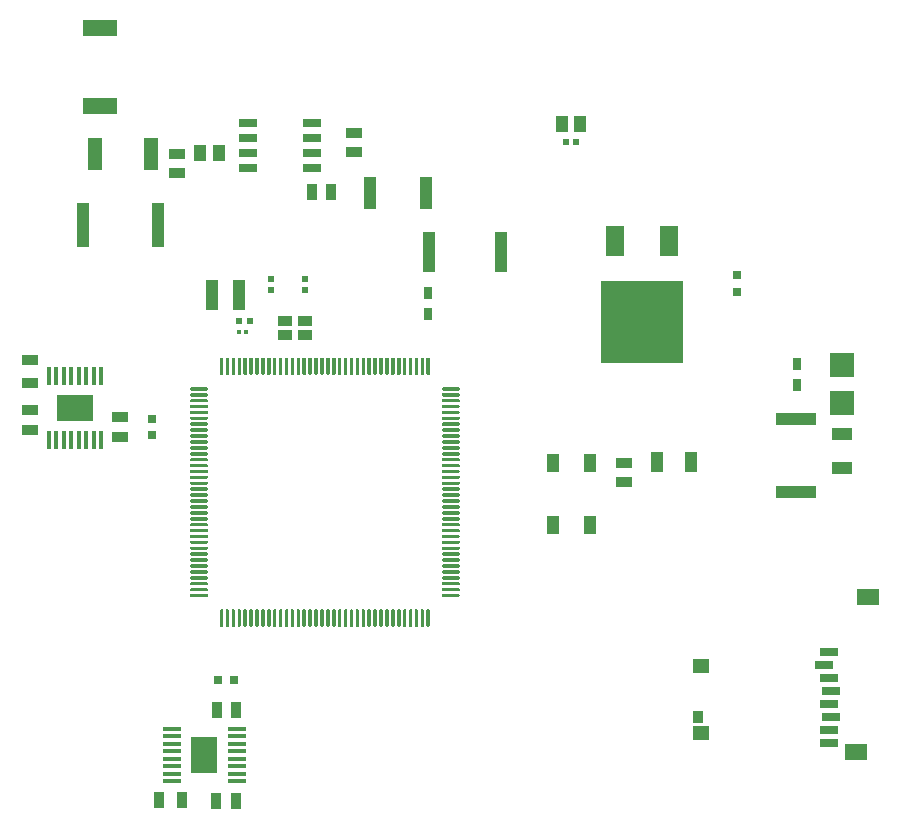
<source format=gbr>
G04 #@! TF.GenerationSoftware,KiCad,Pcbnew,(5.1.10)-1*
G04 #@! TF.CreationDate,2021-10-20T16:57:21-04:00*
G04 #@! TF.ProjectId,Main_Board,4d61696e-5f42-46f6-9172-642e6b696361,rev?*
G04 #@! TF.SameCoordinates,Original*
G04 #@! TF.FileFunction,Paste,Top*
G04 #@! TF.FilePolarity,Positive*
%FSLAX46Y46*%
G04 Gerber Fmt 4.6, Leading zero omitted, Abs format (unit mm)*
G04 Created by KiCad (PCBNEW (5.1.10)-1) date 2021-10-20 16:57:21*
%MOMM*%
%LPD*%
G01*
G04 APERTURE LIST*
%ADD10R,2.000000X2.000000*%
%ADD11R,0.620000X0.600000*%
%ADD12R,1.000000X3.800000*%
%ADD13R,1.528000X0.650000*%
%ADD14R,1.000000X1.550000*%
%ADD15R,1.390000X0.910000*%
%ADD16R,0.910000X1.390000*%
%ADD17R,0.600000X0.620000*%
%ADD18R,0.980000X1.430000*%
%ADD19R,1.500000X2.500000*%
%ADD20R,7.000000X7.000000*%
%ADD21R,1.500000X0.800000*%
%ADD22R,1.400000X1.300000*%
%ADD23R,0.950000X1.000000*%
%ADD24R,1.900000X1.400000*%
%ADD25R,1.550000X0.435000*%
%ADD26R,2.209000X3.120000*%
%ADD27R,3.120000X2.209000*%
%ADD28R,0.435000X1.550000*%
%ADD29R,0.950000X1.400000*%
%ADD30R,1.400000X0.950000*%
%ADD31R,1.250000X2.700000*%
%ADD32R,2.900000X1.450000*%
%ADD33R,1.100000X2.700000*%
%ADD34R,0.700000X1.000000*%
%ADD35R,3.400000X1.100000*%
%ADD36R,1.700000X1.100000*%
%ADD37R,0.700000X0.700000*%
%ADD38R,0.360000X0.330000*%
%ADD39R,1.015000X2.540000*%
%ADD40R,1.100000X1.700000*%
%ADD41R,1.200000X0.850000*%
%ADD42R,1.100000X3.400000*%
G04 APERTURE END LIST*
D10*
X163263580Y-59885580D03*
X163263580Y-56710580D03*
D11*
X114965480Y-49367180D03*
X114965480Y-50287180D03*
G36*
G01*
X129507000Y-58537000D02*
X130832000Y-58537000D01*
G75*
G02*
X130907000Y-58612000I0J-75000D01*
G01*
X130907000Y-58762000D01*
G75*
G02*
X130832000Y-58837000I-75000J0D01*
G01*
X129507000Y-58837000D01*
G75*
G02*
X129432000Y-58762000I0J75000D01*
G01*
X129432000Y-58612000D01*
G75*
G02*
X129507000Y-58537000I75000J0D01*
G01*
G37*
G36*
G01*
X129507000Y-59037000D02*
X130832000Y-59037000D01*
G75*
G02*
X130907000Y-59112000I0J-75000D01*
G01*
X130907000Y-59262000D01*
G75*
G02*
X130832000Y-59337000I-75000J0D01*
G01*
X129507000Y-59337000D01*
G75*
G02*
X129432000Y-59262000I0J75000D01*
G01*
X129432000Y-59112000D01*
G75*
G02*
X129507000Y-59037000I75000J0D01*
G01*
G37*
G36*
G01*
X129507000Y-59537000D02*
X130832000Y-59537000D01*
G75*
G02*
X130907000Y-59612000I0J-75000D01*
G01*
X130907000Y-59762000D01*
G75*
G02*
X130832000Y-59837000I-75000J0D01*
G01*
X129507000Y-59837000D01*
G75*
G02*
X129432000Y-59762000I0J75000D01*
G01*
X129432000Y-59612000D01*
G75*
G02*
X129507000Y-59537000I75000J0D01*
G01*
G37*
G36*
G01*
X129507000Y-60037000D02*
X130832000Y-60037000D01*
G75*
G02*
X130907000Y-60112000I0J-75000D01*
G01*
X130907000Y-60262000D01*
G75*
G02*
X130832000Y-60337000I-75000J0D01*
G01*
X129507000Y-60337000D01*
G75*
G02*
X129432000Y-60262000I0J75000D01*
G01*
X129432000Y-60112000D01*
G75*
G02*
X129507000Y-60037000I75000J0D01*
G01*
G37*
G36*
G01*
X129507000Y-60537000D02*
X130832000Y-60537000D01*
G75*
G02*
X130907000Y-60612000I0J-75000D01*
G01*
X130907000Y-60762000D01*
G75*
G02*
X130832000Y-60837000I-75000J0D01*
G01*
X129507000Y-60837000D01*
G75*
G02*
X129432000Y-60762000I0J75000D01*
G01*
X129432000Y-60612000D01*
G75*
G02*
X129507000Y-60537000I75000J0D01*
G01*
G37*
G36*
G01*
X129507000Y-61037000D02*
X130832000Y-61037000D01*
G75*
G02*
X130907000Y-61112000I0J-75000D01*
G01*
X130907000Y-61262000D01*
G75*
G02*
X130832000Y-61337000I-75000J0D01*
G01*
X129507000Y-61337000D01*
G75*
G02*
X129432000Y-61262000I0J75000D01*
G01*
X129432000Y-61112000D01*
G75*
G02*
X129507000Y-61037000I75000J0D01*
G01*
G37*
G36*
G01*
X129507000Y-61537000D02*
X130832000Y-61537000D01*
G75*
G02*
X130907000Y-61612000I0J-75000D01*
G01*
X130907000Y-61762000D01*
G75*
G02*
X130832000Y-61837000I-75000J0D01*
G01*
X129507000Y-61837000D01*
G75*
G02*
X129432000Y-61762000I0J75000D01*
G01*
X129432000Y-61612000D01*
G75*
G02*
X129507000Y-61537000I75000J0D01*
G01*
G37*
G36*
G01*
X129507000Y-62037000D02*
X130832000Y-62037000D01*
G75*
G02*
X130907000Y-62112000I0J-75000D01*
G01*
X130907000Y-62262000D01*
G75*
G02*
X130832000Y-62337000I-75000J0D01*
G01*
X129507000Y-62337000D01*
G75*
G02*
X129432000Y-62262000I0J75000D01*
G01*
X129432000Y-62112000D01*
G75*
G02*
X129507000Y-62037000I75000J0D01*
G01*
G37*
G36*
G01*
X129507000Y-62537000D02*
X130832000Y-62537000D01*
G75*
G02*
X130907000Y-62612000I0J-75000D01*
G01*
X130907000Y-62762000D01*
G75*
G02*
X130832000Y-62837000I-75000J0D01*
G01*
X129507000Y-62837000D01*
G75*
G02*
X129432000Y-62762000I0J75000D01*
G01*
X129432000Y-62612000D01*
G75*
G02*
X129507000Y-62537000I75000J0D01*
G01*
G37*
G36*
G01*
X129507000Y-63037000D02*
X130832000Y-63037000D01*
G75*
G02*
X130907000Y-63112000I0J-75000D01*
G01*
X130907000Y-63262000D01*
G75*
G02*
X130832000Y-63337000I-75000J0D01*
G01*
X129507000Y-63337000D01*
G75*
G02*
X129432000Y-63262000I0J75000D01*
G01*
X129432000Y-63112000D01*
G75*
G02*
X129507000Y-63037000I75000J0D01*
G01*
G37*
G36*
G01*
X129507000Y-63537000D02*
X130832000Y-63537000D01*
G75*
G02*
X130907000Y-63612000I0J-75000D01*
G01*
X130907000Y-63762000D01*
G75*
G02*
X130832000Y-63837000I-75000J0D01*
G01*
X129507000Y-63837000D01*
G75*
G02*
X129432000Y-63762000I0J75000D01*
G01*
X129432000Y-63612000D01*
G75*
G02*
X129507000Y-63537000I75000J0D01*
G01*
G37*
G36*
G01*
X129507000Y-64037000D02*
X130832000Y-64037000D01*
G75*
G02*
X130907000Y-64112000I0J-75000D01*
G01*
X130907000Y-64262000D01*
G75*
G02*
X130832000Y-64337000I-75000J0D01*
G01*
X129507000Y-64337000D01*
G75*
G02*
X129432000Y-64262000I0J75000D01*
G01*
X129432000Y-64112000D01*
G75*
G02*
X129507000Y-64037000I75000J0D01*
G01*
G37*
G36*
G01*
X129507000Y-64537000D02*
X130832000Y-64537000D01*
G75*
G02*
X130907000Y-64612000I0J-75000D01*
G01*
X130907000Y-64762000D01*
G75*
G02*
X130832000Y-64837000I-75000J0D01*
G01*
X129507000Y-64837000D01*
G75*
G02*
X129432000Y-64762000I0J75000D01*
G01*
X129432000Y-64612000D01*
G75*
G02*
X129507000Y-64537000I75000J0D01*
G01*
G37*
G36*
G01*
X129507000Y-65037000D02*
X130832000Y-65037000D01*
G75*
G02*
X130907000Y-65112000I0J-75000D01*
G01*
X130907000Y-65262000D01*
G75*
G02*
X130832000Y-65337000I-75000J0D01*
G01*
X129507000Y-65337000D01*
G75*
G02*
X129432000Y-65262000I0J75000D01*
G01*
X129432000Y-65112000D01*
G75*
G02*
X129507000Y-65037000I75000J0D01*
G01*
G37*
G36*
G01*
X129507000Y-65537000D02*
X130832000Y-65537000D01*
G75*
G02*
X130907000Y-65612000I0J-75000D01*
G01*
X130907000Y-65762000D01*
G75*
G02*
X130832000Y-65837000I-75000J0D01*
G01*
X129507000Y-65837000D01*
G75*
G02*
X129432000Y-65762000I0J75000D01*
G01*
X129432000Y-65612000D01*
G75*
G02*
X129507000Y-65537000I75000J0D01*
G01*
G37*
G36*
G01*
X129507000Y-66037000D02*
X130832000Y-66037000D01*
G75*
G02*
X130907000Y-66112000I0J-75000D01*
G01*
X130907000Y-66262000D01*
G75*
G02*
X130832000Y-66337000I-75000J0D01*
G01*
X129507000Y-66337000D01*
G75*
G02*
X129432000Y-66262000I0J75000D01*
G01*
X129432000Y-66112000D01*
G75*
G02*
X129507000Y-66037000I75000J0D01*
G01*
G37*
G36*
G01*
X129507000Y-66537000D02*
X130832000Y-66537000D01*
G75*
G02*
X130907000Y-66612000I0J-75000D01*
G01*
X130907000Y-66762000D01*
G75*
G02*
X130832000Y-66837000I-75000J0D01*
G01*
X129507000Y-66837000D01*
G75*
G02*
X129432000Y-66762000I0J75000D01*
G01*
X129432000Y-66612000D01*
G75*
G02*
X129507000Y-66537000I75000J0D01*
G01*
G37*
G36*
G01*
X129507000Y-67037000D02*
X130832000Y-67037000D01*
G75*
G02*
X130907000Y-67112000I0J-75000D01*
G01*
X130907000Y-67262000D01*
G75*
G02*
X130832000Y-67337000I-75000J0D01*
G01*
X129507000Y-67337000D01*
G75*
G02*
X129432000Y-67262000I0J75000D01*
G01*
X129432000Y-67112000D01*
G75*
G02*
X129507000Y-67037000I75000J0D01*
G01*
G37*
G36*
G01*
X129507000Y-67537000D02*
X130832000Y-67537000D01*
G75*
G02*
X130907000Y-67612000I0J-75000D01*
G01*
X130907000Y-67762000D01*
G75*
G02*
X130832000Y-67837000I-75000J0D01*
G01*
X129507000Y-67837000D01*
G75*
G02*
X129432000Y-67762000I0J75000D01*
G01*
X129432000Y-67612000D01*
G75*
G02*
X129507000Y-67537000I75000J0D01*
G01*
G37*
G36*
G01*
X129507000Y-68037000D02*
X130832000Y-68037000D01*
G75*
G02*
X130907000Y-68112000I0J-75000D01*
G01*
X130907000Y-68262000D01*
G75*
G02*
X130832000Y-68337000I-75000J0D01*
G01*
X129507000Y-68337000D01*
G75*
G02*
X129432000Y-68262000I0J75000D01*
G01*
X129432000Y-68112000D01*
G75*
G02*
X129507000Y-68037000I75000J0D01*
G01*
G37*
G36*
G01*
X129507000Y-68537000D02*
X130832000Y-68537000D01*
G75*
G02*
X130907000Y-68612000I0J-75000D01*
G01*
X130907000Y-68762000D01*
G75*
G02*
X130832000Y-68837000I-75000J0D01*
G01*
X129507000Y-68837000D01*
G75*
G02*
X129432000Y-68762000I0J75000D01*
G01*
X129432000Y-68612000D01*
G75*
G02*
X129507000Y-68537000I75000J0D01*
G01*
G37*
G36*
G01*
X129507000Y-69037000D02*
X130832000Y-69037000D01*
G75*
G02*
X130907000Y-69112000I0J-75000D01*
G01*
X130907000Y-69262000D01*
G75*
G02*
X130832000Y-69337000I-75000J0D01*
G01*
X129507000Y-69337000D01*
G75*
G02*
X129432000Y-69262000I0J75000D01*
G01*
X129432000Y-69112000D01*
G75*
G02*
X129507000Y-69037000I75000J0D01*
G01*
G37*
G36*
G01*
X129507000Y-69537000D02*
X130832000Y-69537000D01*
G75*
G02*
X130907000Y-69612000I0J-75000D01*
G01*
X130907000Y-69762000D01*
G75*
G02*
X130832000Y-69837000I-75000J0D01*
G01*
X129507000Y-69837000D01*
G75*
G02*
X129432000Y-69762000I0J75000D01*
G01*
X129432000Y-69612000D01*
G75*
G02*
X129507000Y-69537000I75000J0D01*
G01*
G37*
G36*
G01*
X129507000Y-70037000D02*
X130832000Y-70037000D01*
G75*
G02*
X130907000Y-70112000I0J-75000D01*
G01*
X130907000Y-70262000D01*
G75*
G02*
X130832000Y-70337000I-75000J0D01*
G01*
X129507000Y-70337000D01*
G75*
G02*
X129432000Y-70262000I0J75000D01*
G01*
X129432000Y-70112000D01*
G75*
G02*
X129507000Y-70037000I75000J0D01*
G01*
G37*
G36*
G01*
X129507000Y-70537000D02*
X130832000Y-70537000D01*
G75*
G02*
X130907000Y-70612000I0J-75000D01*
G01*
X130907000Y-70762000D01*
G75*
G02*
X130832000Y-70837000I-75000J0D01*
G01*
X129507000Y-70837000D01*
G75*
G02*
X129432000Y-70762000I0J75000D01*
G01*
X129432000Y-70612000D01*
G75*
G02*
X129507000Y-70537000I75000J0D01*
G01*
G37*
G36*
G01*
X129507000Y-71037000D02*
X130832000Y-71037000D01*
G75*
G02*
X130907000Y-71112000I0J-75000D01*
G01*
X130907000Y-71262000D01*
G75*
G02*
X130832000Y-71337000I-75000J0D01*
G01*
X129507000Y-71337000D01*
G75*
G02*
X129432000Y-71262000I0J75000D01*
G01*
X129432000Y-71112000D01*
G75*
G02*
X129507000Y-71037000I75000J0D01*
G01*
G37*
G36*
G01*
X129507000Y-71537000D02*
X130832000Y-71537000D01*
G75*
G02*
X130907000Y-71612000I0J-75000D01*
G01*
X130907000Y-71762000D01*
G75*
G02*
X130832000Y-71837000I-75000J0D01*
G01*
X129507000Y-71837000D01*
G75*
G02*
X129432000Y-71762000I0J75000D01*
G01*
X129432000Y-71612000D01*
G75*
G02*
X129507000Y-71537000I75000J0D01*
G01*
G37*
G36*
G01*
X129507000Y-72037000D02*
X130832000Y-72037000D01*
G75*
G02*
X130907000Y-72112000I0J-75000D01*
G01*
X130907000Y-72262000D01*
G75*
G02*
X130832000Y-72337000I-75000J0D01*
G01*
X129507000Y-72337000D01*
G75*
G02*
X129432000Y-72262000I0J75000D01*
G01*
X129432000Y-72112000D01*
G75*
G02*
X129507000Y-72037000I75000J0D01*
G01*
G37*
G36*
G01*
X129507000Y-72537000D02*
X130832000Y-72537000D01*
G75*
G02*
X130907000Y-72612000I0J-75000D01*
G01*
X130907000Y-72762000D01*
G75*
G02*
X130832000Y-72837000I-75000J0D01*
G01*
X129507000Y-72837000D01*
G75*
G02*
X129432000Y-72762000I0J75000D01*
G01*
X129432000Y-72612000D01*
G75*
G02*
X129507000Y-72537000I75000J0D01*
G01*
G37*
G36*
G01*
X129507000Y-73037000D02*
X130832000Y-73037000D01*
G75*
G02*
X130907000Y-73112000I0J-75000D01*
G01*
X130907000Y-73262000D01*
G75*
G02*
X130832000Y-73337000I-75000J0D01*
G01*
X129507000Y-73337000D01*
G75*
G02*
X129432000Y-73262000I0J75000D01*
G01*
X129432000Y-73112000D01*
G75*
G02*
X129507000Y-73037000I75000J0D01*
G01*
G37*
G36*
G01*
X129507000Y-73537000D02*
X130832000Y-73537000D01*
G75*
G02*
X130907000Y-73612000I0J-75000D01*
G01*
X130907000Y-73762000D01*
G75*
G02*
X130832000Y-73837000I-75000J0D01*
G01*
X129507000Y-73837000D01*
G75*
G02*
X129432000Y-73762000I0J75000D01*
G01*
X129432000Y-73612000D01*
G75*
G02*
X129507000Y-73537000I75000J0D01*
G01*
G37*
G36*
G01*
X129507000Y-74037000D02*
X130832000Y-74037000D01*
G75*
G02*
X130907000Y-74112000I0J-75000D01*
G01*
X130907000Y-74262000D01*
G75*
G02*
X130832000Y-74337000I-75000J0D01*
G01*
X129507000Y-74337000D01*
G75*
G02*
X129432000Y-74262000I0J75000D01*
G01*
X129432000Y-74112000D01*
G75*
G02*
X129507000Y-74037000I75000J0D01*
G01*
G37*
G36*
G01*
X129507000Y-74537000D02*
X130832000Y-74537000D01*
G75*
G02*
X130907000Y-74612000I0J-75000D01*
G01*
X130907000Y-74762000D01*
G75*
G02*
X130832000Y-74837000I-75000J0D01*
G01*
X129507000Y-74837000D01*
G75*
G02*
X129432000Y-74762000I0J75000D01*
G01*
X129432000Y-74612000D01*
G75*
G02*
X129507000Y-74537000I75000J0D01*
G01*
G37*
G36*
G01*
X129507000Y-75037000D02*
X130832000Y-75037000D01*
G75*
G02*
X130907000Y-75112000I0J-75000D01*
G01*
X130907000Y-75262000D01*
G75*
G02*
X130832000Y-75337000I-75000J0D01*
G01*
X129507000Y-75337000D01*
G75*
G02*
X129432000Y-75262000I0J75000D01*
G01*
X129432000Y-75112000D01*
G75*
G02*
X129507000Y-75037000I75000J0D01*
G01*
G37*
G36*
G01*
X129507000Y-75537000D02*
X130832000Y-75537000D01*
G75*
G02*
X130907000Y-75612000I0J-75000D01*
G01*
X130907000Y-75762000D01*
G75*
G02*
X130832000Y-75837000I-75000J0D01*
G01*
X129507000Y-75837000D01*
G75*
G02*
X129432000Y-75762000I0J75000D01*
G01*
X129432000Y-75612000D01*
G75*
G02*
X129507000Y-75537000I75000J0D01*
G01*
G37*
G36*
G01*
X129507000Y-76037000D02*
X130832000Y-76037000D01*
G75*
G02*
X130907000Y-76112000I0J-75000D01*
G01*
X130907000Y-76262000D01*
G75*
G02*
X130832000Y-76337000I-75000J0D01*
G01*
X129507000Y-76337000D01*
G75*
G02*
X129432000Y-76262000I0J75000D01*
G01*
X129432000Y-76112000D01*
G75*
G02*
X129507000Y-76037000I75000J0D01*
G01*
G37*
G36*
G01*
X128182000Y-77362000D02*
X128332000Y-77362000D01*
G75*
G02*
X128407000Y-77437000I0J-75000D01*
G01*
X128407000Y-78762000D01*
G75*
G02*
X128332000Y-78837000I-75000J0D01*
G01*
X128182000Y-78837000D01*
G75*
G02*
X128107000Y-78762000I0J75000D01*
G01*
X128107000Y-77437000D01*
G75*
G02*
X128182000Y-77362000I75000J0D01*
G01*
G37*
G36*
G01*
X127682000Y-77362000D02*
X127832000Y-77362000D01*
G75*
G02*
X127907000Y-77437000I0J-75000D01*
G01*
X127907000Y-78762000D01*
G75*
G02*
X127832000Y-78837000I-75000J0D01*
G01*
X127682000Y-78837000D01*
G75*
G02*
X127607000Y-78762000I0J75000D01*
G01*
X127607000Y-77437000D01*
G75*
G02*
X127682000Y-77362000I75000J0D01*
G01*
G37*
G36*
G01*
X127182000Y-77362000D02*
X127332000Y-77362000D01*
G75*
G02*
X127407000Y-77437000I0J-75000D01*
G01*
X127407000Y-78762000D01*
G75*
G02*
X127332000Y-78837000I-75000J0D01*
G01*
X127182000Y-78837000D01*
G75*
G02*
X127107000Y-78762000I0J75000D01*
G01*
X127107000Y-77437000D01*
G75*
G02*
X127182000Y-77362000I75000J0D01*
G01*
G37*
G36*
G01*
X126682000Y-77362000D02*
X126832000Y-77362000D01*
G75*
G02*
X126907000Y-77437000I0J-75000D01*
G01*
X126907000Y-78762000D01*
G75*
G02*
X126832000Y-78837000I-75000J0D01*
G01*
X126682000Y-78837000D01*
G75*
G02*
X126607000Y-78762000I0J75000D01*
G01*
X126607000Y-77437000D01*
G75*
G02*
X126682000Y-77362000I75000J0D01*
G01*
G37*
G36*
G01*
X126182000Y-77362000D02*
X126332000Y-77362000D01*
G75*
G02*
X126407000Y-77437000I0J-75000D01*
G01*
X126407000Y-78762000D01*
G75*
G02*
X126332000Y-78837000I-75000J0D01*
G01*
X126182000Y-78837000D01*
G75*
G02*
X126107000Y-78762000I0J75000D01*
G01*
X126107000Y-77437000D01*
G75*
G02*
X126182000Y-77362000I75000J0D01*
G01*
G37*
G36*
G01*
X125682000Y-77362000D02*
X125832000Y-77362000D01*
G75*
G02*
X125907000Y-77437000I0J-75000D01*
G01*
X125907000Y-78762000D01*
G75*
G02*
X125832000Y-78837000I-75000J0D01*
G01*
X125682000Y-78837000D01*
G75*
G02*
X125607000Y-78762000I0J75000D01*
G01*
X125607000Y-77437000D01*
G75*
G02*
X125682000Y-77362000I75000J0D01*
G01*
G37*
G36*
G01*
X125182000Y-77362000D02*
X125332000Y-77362000D01*
G75*
G02*
X125407000Y-77437000I0J-75000D01*
G01*
X125407000Y-78762000D01*
G75*
G02*
X125332000Y-78837000I-75000J0D01*
G01*
X125182000Y-78837000D01*
G75*
G02*
X125107000Y-78762000I0J75000D01*
G01*
X125107000Y-77437000D01*
G75*
G02*
X125182000Y-77362000I75000J0D01*
G01*
G37*
G36*
G01*
X124682000Y-77362000D02*
X124832000Y-77362000D01*
G75*
G02*
X124907000Y-77437000I0J-75000D01*
G01*
X124907000Y-78762000D01*
G75*
G02*
X124832000Y-78837000I-75000J0D01*
G01*
X124682000Y-78837000D01*
G75*
G02*
X124607000Y-78762000I0J75000D01*
G01*
X124607000Y-77437000D01*
G75*
G02*
X124682000Y-77362000I75000J0D01*
G01*
G37*
G36*
G01*
X124182000Y-77362000D02*
X124332000Y-77362000D01*
G75*
G02*
X124407000Y-77437000I0J-75000D01*
G01*
X124407000Y-78762000D01*
G75*
G02*
X124332000Y-78837000I-75000J0D01*
G01*
X124182000Y-78837000D01*
G75*
G02*
X124107000Y-78762000I0J75000D01*
G01*
X124107000Y-77437000D01*
G75*
G02*
X124182000Y-77362000I75000J0D01*
G01*
G37*
G36*
G01*
X123682000Y-77362000D02*
X123832000Y-77362000D01*
G75*
G02*
X123907000Y-77437000I0J-75000D01*
G01*
X123907000Y-78762000D01*
G75*
G02*
X123832000Y-78837000I-75000J0D01*
G01*
X123682000Y-78837000D01*
G75*
G02*
X123607000Y-78762000I0J75000D01*
G01*
X123607000Y-77437000D01*
G75*
G02*
X123682000Y-77362000I75000J0D01*
G01*
G37*
G36*
G01*
X123182000Y-77362000D02*
X123332000Y-77362000D01*
G75*
G02*
X123407000Y-77437000I0J-75000D01*
G01*
X123407000Y-78762000D01*
G75*
G02*
X123332000Y-78837000I-75000J0D01*
G01*
X123182000Y-78837000D01*
G75*
G02*
X123107000Y-78762000I0J75000D01*
G01*
X123107000Y-77437000D01*
G75*
G02*
X123182000Y-77362000I75000J0D01*
G01*
G37*
G36*
G01*
X122682000Y-77362000D02*
X122832000Y-77362000D01*
G75*
G02*
X122907000Y-77437000I0J-75000D01*
G01*
X122907000Y-78762000D01*
G75*
G02*
X122832000Y-78837000I-75000J0D01*
G01*
X122682000Y-78837000D01*
G75*
G02*
X122607000Y-78762000I0J75000D01*
G01*
X122607000Y-77437000D01*
G75*
G02*
X122682000Y-77362000I75000J0D01*
G01*
G37*
G36*
G01*
X122182000Y-77362000D02*
X122332000Y-77362000D01*
G75*
G02*
X122407000Y-77437000I0J-75000D01*
G01*
X122407000Y-78762000D01*
G75*
G02*
X122332000Y-78837000I-75000J0D01*
G01*
X122182000Y-78837000D01*
G75*
G02*
X122107000Y-78762000I0J75000D01*
G01*
X122107000Y-77437000D01*
G75*
G02*
X122182000Y-77362000I75000J0D01*
G01*
G37*
G36*
G01*
X121682000Y-77362000D02*
X121832000Y-77362000D01*
G75*
G02*
X121907000Y-77437000I0J-75000D01*
G01*
X121907000Y-78762000D01*
G75*
G02*
X121832000Y-78837000I-75000J0D01*
G01*
X121682000Y-78837000D01*
G75*
G02*
X121607000Y-78762000I0J75000D01*
G01*
X121607000Y-77437000D01*
G75*
G02*
X121682000Y-77362000I75000J0D01*
G01*
G37*
G36*
G01*
X121182000Y-77362000D02*
X121332000Y-77362000D01*
G75*
G02*
X121407000Y-77437000I0J-75000D01*
G01*
X121407000Y-78762000D01*
G75*
G02*
X121332000Y-78837000I-75000J0D01*
G01*
X121182000Y-78837000D01*
G75*
G02*
X121107000Y-78762000I0J75000D01*
G01*
X121107000Y-77437000D01*
G75*
G02*
X121182000Y-77362000I75000J0D01*
G01*
G37*
G36*
G01*
X120682000Y-77362000D02*
X120832000Y-77362000D01*
G75*
G02*
X120907000Y-77437000I0J-75000D01*
G01*
X120907000Y-78762000D01*
G75*
G02*
X120832000Y-78837000I-75000J0D01*
G01*
X120682000Y-78837000D01*
G75*
G02*
X120607000Y-78762000I0J75000D01*
G01*
X120607000Y-77437000D01*
G75*
G02*
X120682000Y-77362000I75000J0D01*
G01*
G37*
G36*
G01*
X120182000Y-77362000D02*
X120332000Y-77362000D01*
G75*
G02*
X120407000Y-77437000I0J-75000D01*
G01*
X120407000Y-78762000D01*
G75*
G02*
X120332000Y-78837000I-75000J0D01*
G01*
X120182000Y-78837000D01*
G75*
G02*
X120107000Y-78762000I0J75000D01*
G01*
X120107000Y-77437000D01*
G75*
G02*
X120182000Y-77362000I75000J0D01*
G01*
G37*
G36*
G01*
X119682000Y-77362000D02*
X119832000Y-77362000D01*
G75*
G02*
X119907000Y-77437000I0J-75000D01*
G01*
X119907000Y-78762000D01*
G75*
G02*
X119832000Y-78837000I-75000J0D01*
G01*
X119682000Y-78837000D01*
G75*
G02*
X119607000Y-78762000I0J75000D01*
G01*
X119607000Y-77437000D01*
G75*
G02*
X119682000Y-77362000I75000J0D01*
G01*
G37*
G36*
G01*
X119182000Y-77362000D02*
X119332000Y-77362000D01*
G75*
G02*
X119407000Y-77437000I0J-75000D01*
G01*
X119407000Y-78762000D01*
G75*
G02*
X119332000Y-78837000I-75000J0D01*
G01*
X119182000Y-78837000D01*
G75*
G02*
X119107000Y-78762000I0J75000D01*
G01*
X119107000Y-77437000D01*
G75*
G02*
X119182000Y-77362000I75000J0D01*
G01*
G37*
G36*
G01*
X118682000Y-77362000D02*
X118832000Y-77362000D01*
G75*
G02*
X118907000Y-77437000I0J-75000D01*
G01*
X118907000Y-78762000D01*
G75*
G02*
X118832000Y-78837000I-75000J0D01*
G01*
X118682000Y-78837000D01*
G75*
G02*
X118607000Y-78762000I0J75000D01*
G01*
X118607000Y-77437000D01*
G75*
G02*
X118682000Y-77362000I75000J0D01*
G01*
G37*
G36*
G01*
X118182000Y-77362000D02*
X118332000Y-77362000D01*
G75*
G02*
X118407000Y-77437000I0J-75000D01*
G01*
X118407000Y-78762000D01*
G75*
G02*
X118332000Y-78837000I-75000J0D01*
G01*
X118182000Y-78837000D01*
G75*
G02*
X118107000Y-78762000I0J75000D01*
G01*
X118107000Y-77437000D01*
G75*
G02*
X118182000Y-77362000I75000J0D01*
G01*
G37*
G36*
G01*
X117682000Y-77362000D02*
X117832000Y-77362000D01*
G75*
G02*
X117907000Y-77437000I0J-75000D01*
G01*
X117907000Y-78762000D01*
G75*
G02*
X117832000Y-78837000I-75000J0D01*
G01*
X117682000Y-78837000D01*
G75*
G02*
X117607000Y-78762000I0J75000D01*
G01*
X117607000Y-77437000D01*
G75*
G02*
X117682000Y-77362000I75000J0D01*
G01*
G37*
G36*
G01*
X117182000Y-77362000D02*
X117332000Y-77362000D01*
G75*
G02*
X117407000Y-77437000I0J-75000D01*
G01*
X117407000Y-78762000D01*
G75*
G02*
X117332000Y-78837000I-75000J0D01*
G01*
X117182000Y-78837000D01*
G75*
G02*
X117107000Y-78762000I0J75000D01*
G01*
X117107000Y-77437000D01*
G75*
G02*
X117182000Y-77362000I75000J0D01*
G01*
G37*
G36*
G01*
X116682000Y-77362000D02*
X116832000Y-77362000D01*
G75*
G02*
X116907000Y-77437000I0J-75000D01*
G01*
X116907000Y-78762000D01*
G75*
G02*
X116832000Y-78837000I-75000J0D01*
G01*
X116682000Y-78837000D01*
G75*
G02*
X116607000Y-78762000I0J75000D01*
G01*
X116607000Y-77437000D01*
G75*
G02*
X116682000Y-77362000I75000J0D01*
G01*
G37*
G36*
G01*
X116182000Y-77362000D02*
X116332000Y-77362000D01*
G75*
G02*
X116407000Y-77437000I0J-75000D01*
G01*
X116407000Y-78762000D01*
G75*
G02*
X116332000Y-78837000I-75000J0D01*
G01*
X116182000Y-78837000D01*
G75*
G02*
X116107000Y-78762000I0J75000D01*
G01*
X116107000Y-77437000D01*
G75*
G02*
X116182000Y-77362000I75000J0D01*
G01*
G37*
G36*
G01*
X115682000Y-77362000D02*
X115832000Y-77362000D01*
G75*
G02*
X115907000Y-77437000I0J-75000D01*
G01*
X115907000Y-78762000D01*
G75*
G02*
X115832000Y-78837000I-75000J0D01*
G01*
X115682000Y-78837000D01*
G75*
G02*
X115607000Y-78762000I0J75000D01*
G01*
X115607000Y-77437000D01*
G75*
G02*
X115682000Y-77362000I75000J0D01*
G01*
G37*
G36*
G01*
X115182000Y-77362000D02*
X115332000Y-77362000D01*
G75*
G02*
X115407000Y-77437000I0J-75000D01*
G01*
X115407000Y-78762000D01*
G75*
G02*
X115332000Y-78837000I-75000J0D01*
G01*
X115182000Y-78837000D01*
G75*
G02*
X115107000Y-78762000I0J75000D01*
G01*
X115107000Y-77437000D01*
G75*
G02*
X115182000Y-77362000I75000J0D01*
G01*
G37*
G36*
G01*
X114682000Y-77362000D02*
X114832000Y-77362000D01*
G75*
G02*
X114907000Y-77437000I0J-75000D01*
G01*
X114907000Y-78762000D01*
G75*
G02*
X114832000Y-78837000I-75000J0D01*
G01*
X114682000Y-78837000D01*
G75*
G02*
X114607000Y-78762000I0J75000D01*
G01*
X114607000Y-77437000D01*
G75*
G02*
X114682000Y-77362000I75000J0D01*
G01*
G37*
G36*
G01*
X114182000Y-77362000D02*
X114332000Y-77362000D01*
G75*
G02*
X114407000Y-77437000I0J-75000D01*
G01*
X114407000Y-78762000D01*
G75*
G02*
X114332000Y-78837000I-75000J0D01*
G01*
X114182000Y-78837000D01*
G75*
G02*
X114107000Y-78762000I0J75000D01*
G01*
X114107000Y-77437000D01*
G75*
G02*
X114182000Y-77362000I75000J0D01*
G01*
G37*
G36*
G01*
X113682000Y-77362000D02*
X113832000Y-77362000D01*
G75*
G02*
X113907000Y-77437000I0J-75000D01*
G01*
X113907000Y-78762000D01*
G75*
G02*
X113832000Y-78837000I-75000J0D01*
G01*
X113682000Y-78837000D01*
G75*
G02*
X113607000Y-78762000I0J75000D01*
G01*
X113607000Y-77437000D01*
G75*
G02*
X113682000Y-77362000I75000J0D01*
G01*
G37*
G36*
G01*
X113182000Y-77362000D02*
X113332000Y-77362000D01*
G75*
G02*
X113407000Y-77437000I0J-75000D01*
G01*
X113407000Y-78762000D01*
G75*
G02*
X113332000Y-78837000I-75000J0D01*
G01*
X113182000Y-78837000D01*
G75*
G02*
X113107000Y-78762000I0J75000D01*
G01*
X113107000Y-77437000D01*
G75*
G02*
X113182000Y-77362000I75000J0D01*
G01*
G37*
G36*
G01*
X112682000Y-77362000D02*
X112832000Y-77362000D01*
G75*
G02*
X112907000Y-77437000I0J-75000D01*
G01*
X112907000Y-78762000D01*
G75*
G02*
X112832000Y-78837000I-75000J0D01*
G01*
X112682000Y-78837000D01*
G75*
G02*
X112607000Y-78762000I0J75000D01*
G01*
X112607000Y-77437000D01*
G75*
G02*
X112682000Y-77362000I75000J0D01*
G01*
G37*
G36*
G01*
X112182000Y-77362000D02*
X112332000Y-77362000D01*
G75*
G02*
X112407000Y-77437000I0J-75000D01*
G01*
X112407000Y-78762000D01*
G75*
G02*
X112332000Y-78837000I-75000J0D01*
G01*
X112182000Y-78837000D01*
G75*
G02*
X112107000Y-78762000I0J75000D01*
G01*
X112107000Y-77437000D01*
G75*
G02*
X112182000Y-77362000I75000J0D01*
G01*
G37*
G36*
G01*
X111682000Y-77362000D02*
X111832000Y-77362000D01*
G75*
G02*
X111907000Y-77437000I0J-75000D01*
G01*
X111907000Y-78762000D01*
G75*
G02*
X111832000Y-78837000I-75000J0D01*
G01*
X111682000Y-78837000D01*
G75*
G02*
X111607000Y-78762000I0J75000D01*
G01*
X111607000Y-77437000D01*
G75*
G02*
X111682000Y-77362000I75000J0D01*
G01*
G37*
G36*
G01*
X111182000Y-77362000D02*
X111332000Y-77362000D01*
G75*
G02*
X111407000Y-77437000I0J-75000D01*
G01*
X111407000Y-78762000D01*
G75*
G02*
X111332000Y-78837000I-75000J0D01*
G01*
X111182000Y-78837000D01*
G75*
G02*
X111107000Y-78762000I0J75000D01*
G01*
X111107000Y-77437000D01*
G75*
G02*
X111182000Y-77362000I75000J0D01*
G01*
G37*
G36*
G01*
X110682000Y-77362000D02*
X110832000Y-77362000D01*
G75*
G02*
X110907000Y-77437000I0J-75000D01*
G01*
X110907000Y-78762000D01*
G75*
G02*
X110832000Y-78837000I-75000J0D01*
G01*
X110682000Y-78837000D01*
G75*
G02*
X110607000Y-78762000I0J75000D01*
G01*
X110607000Y-77437000D01*
G75*
G02*
X110682000Y-77362000I75000J0D01*
G01*
G37*
G36*
G01*
X108182000Y-76037000D02*
X109507000Y-76037000D01*
G75*
G02*
X109582000Y-76112000I0J-75000D01*
G01*
X109582000Y-76262000D01*
G75*
G02*
X109507000Y-76337000I-75000J0D01*
G01*
X108182000Y-76337000D01*
G75*
G02*
X108107000Y-76262000I0J75000D01*
G01*
X108107000Y-76112000D01*
G75*
G02*
X108182000Y-76037000I75000J0D01*
G01*
G37*
G36*
G01*
X108182000Y-75537000D02*
X109507000Y-75537000D01*
G75*
G02*
X109582000Y-75612000I0J-75000D01*
G01*
X109582000Y-75762000D01*
G75*
G02*
X109507000Y-75837000I-75000J0D01*
G01*
X108182000Y-75837000D01*
G75*
G02*
X108107000Y-75762000I0J75000D01*
G01*
X108107000Y-75612000D01*
G75*
G02*
X108182000Y-75537000I75000J0D01*
G01*
G37*
G36*
G01*
X108182000Y-75037000D02*
X109507000Y-75037000D01*
G75*
G02*
X109582000Y-75112000I0J-75000D01*
G01*
X109582000Y-75262000D01*
G75*
G02*
X109507000Y-75337000I-75000J0D01*
G01*
X108182000Y-75337000D01*
G75*
G02*
X108107000Y-75262000I0J75000D01*
G01*
X108107000Y-75112000D01*
G75*
G02*
X108182000Y-75037000I75000J0D01*
G01*
G37*
G36*
G01*
X108182000Y-74537000D02*
X109507000Y-74537000D01*
G75*
G02*
X109582000Y-74612000I0J-75000D01*
G01*
X109582000Y-74762000D01*
G75*
G02*
X109507000Y-74837000I-75000J0D01*
G01*
X108182000Y-74837000D01*
G75*
G02*
X108107000Y-74762000I0J75000D01*
G01*
X108107000Y-74612000D01*
G75*
G02*
X108182000Y-74537000I75000J0D01*
G01*
G37*
G36*
G01*
X108182000Y-74037000D02*
X109507000Y-74037000D01*
G75*
G02*
X109582000Y-74112000I0J-75000D01*
G01*
X109582000Y-74262000D01*
G75*
G02*
X109507000Y-74337000I-75000J0D01*
G01*
X108182000Y-74337000D01*
G75*
G02*
X108107000Y-74262000I0J75000D01*
G01*
X108107000Y-74112000D01*
G75*
G02*
X108182000Y-74037000I75000J0D01*
G01*
G37*
G36*
G01*
X108182000Y-73537000D02*
X109507000Y-73537000D01*
G75*
G02*
X109582000Y-73612000I0J-75000D01*
G01*
X109582000Y-73762000D01*
G75*
G02*
X109507000Y-73837000I-75000J0D01*
G01*
X108182000Y-73837000D01*
G75*
G02*
X108107000Y-73762000I0J75000D01*
G01*
X108107000Y-73612000D01*
G75*
G02*
X108182000Y-73537000I75000J0D01*
G01*
G37*
G36*
G01*
X108182000Y-73037000D02*
X109507000Y-73037000D01*
G75*
G02*
X109582000Y-73112000I0J-75000D01*
G01*
X109582000Y-73262000D01*
G75*
G02*
X109507000Y-73337000I-75000J0D01*
G01*
X108182000Y-73337000D01*
G75*
G02*
X108107000Y-73262000I0J75000D01*
G01*
X108107000Y-73112000D01*
G75*
G02*
X108182000Y-73037000I75000J0D01*
G01*
G37*
G36*
G01*
X108182000Y-72537000D02*
X109507000Y-72537000D01*
G75*
G02*
X109582000Y-72612000I0J-75000D01*
G01*
X109582000Y-72762000D01*
G75*
G02*
X109507000Y-72837000I-75000J0D01*
G01*
X108182000Y-72837000D01*
G75*
G02*
X108107000Y-72762000I0J75000D01*
G01*
X108107000Y-72612000D01*
G75*
G02*
X108182000Y-72537000I75000J0D01*
G01*
G37*
G36*
G01*
X108182000Y-72037000D02*
X109507000Y-72037000D01*
G75*
G02*
X109582000Y-72112000I0J-75000D01*
G01*
X109582000Y-72262000D01*
G75*
G02*
X109507000Y-72337000I-75000J0D01*
G01*
X108182000Y-72337000D01*
G75*
G02*
X108107000Y-72262000I0J75000D01*
G01*
X108107000Y-72112000D01*
G75*
G02*
X108182000Y-72037000I75000J0D01*
G01*
G37*
G36*
G01*
X108182000Y-71537000D02*
X109507000Y-71537000D01*
G75*
G02*
X109582000Y-71612000I0J-75000D01*
G01*
X109582000Y-71762000D01*
G75*
G02*
X109507000Y-71837000I-75000J0D01*
G01*
X108182000Y-71837000D01*
G75*
G02*
X108107000Y-71762000I0J75000D01*
G01*
X108107000Y-71612000D01*
G75*
G02*
X108182000Y-71537000I75000J0D01*
G01*
G37*
G36*
G01*
X108182000Y-71037000D02*
X109507000Y-71037000D01*
G75*
G02*
X109582000Y-71112000I0J-75000D01*
G01*
X109582000Y-71262000D01*
G75*
G02*
X109507000Y-71337000I-75000J0D01*
G01*
X108182000Y-71337000D01*
G75*
G02*
X108107000Y-71262000I0J75000D01*
G01*
X108107000Y-71112000D01*
G75*
G02*
X108182000Y-71037000I75000J0D01*
G01*
G37*
G36*
G01*
X108182000Y-70537000D02*
X109507000Y-70537000D01*
G75*
G02*
X109582000Y-70612000I0J-75000D01*
G01*
X109582000Y-70762000D01*
G75*
G02*
X109507000Y-70837000I-75000J0D01*
G01*
X108182000Y-70837000D01*
G75*
G02*
X108107000Y-70762000I0J75000D01*
G01*
X108107000Y-70612000D01*
G75*
G02*
X108182000Y-70537000I75000J0D01*
G01*
G37*
G36*
G01*
X108182000Y-70037000D02*
X109507000Y-70037000D01*
G75*
G02*
X109582000Y-70112000I0J-75000D01*
G01*
X109582000Y-70262000D01*
G75*
G02*
X109507000Y-70337000I-75000J0D01*
G01*
X108182000Y-70337000D01*
G75*
G02*
X108107000Y-70262000I0J75000D01*
G01*
X108107000Y-70112000D01*
G75*
G02*
X108182000Y-70037000I75000J0D01*
G01*
G37*
G36*
G01*
X108182000Y-69537000D02*
X109507000Y-69537000D01*
G75*
G02*
X109582000Y-69612000I0J-75000D01*
G01*
X109582000Y-69762000D01*
G75*
G02*
X109507000Y-69837000I-75000J0D01*
G01*
X108182000Y-69837000D01*
G75*
G02*
X108107000Y-69762000I0J75000D01*
G01*
X108107000Y-69612000D01*
G75*
G02*
X108182000Y-69537000I75000J0D01*
G01*
G37*
G36*
G01*
X108182000Y-69037000D02*
X109507000Y-69037000D01*
G75*
G02*
X109582000Y-69112000I0J-75000D01*
G01*
X109582000Y-69262000D01*
G75*
G02*
X109507000Y-69337000I-75000J0D01*
G01*
X108182000Y-69337000D01*
G75*
G02*
X108107000Y-69262000I0J75000D01*
G01*
X108107000Y-69112000D01*
G75*
G02*
X108182000Y-69037000I75000J0D01*
G01*
G37*
G36*
G01*
X108182000Y-68537000D02*
X109507000Y-68537000D01*
G75*
G02*
X109582000Y-68612000I0J-75000D01*
G01*
X109582000Y-68762000D01*
G75*
G02*
X109507000Y-68837000I-75000J0D01*
G01*
X108182000Y-68837000D01*
G75*
G02*
X108107000Y-68762000I0J75000D01*
G01*
X108107000Y-68612000D01*
G75*
G02*
X108182000Y-68537000I75000J0D01*
G01*
G37*
G36*
G01*
X108182000Y-68037000D02*
X109507000Y-68037000D01*
G75*
G02*
X109582000Y-68112000I0J-75000D01*
G01*
X109582000Y-68262000D01*
G75*
G02*
X109507000Y-68337000I-75000J0D01*
G01*
X108182000Y-68337000D01*
G75*
G02*
X108107000Y-68262000I0J75000D01*
G01*
X108107000Y-68112000D01*
G75*
G02*
X108182000Y-68037000I75000J0D01*
G01*
G37*
G36*
G01*
X108182000Y-67537000D02*
X109507000Y-67537000D01*
G75*
G02*
X109582000Y-67612000I0J-75000D01*
G01*
X109582000Y-67762000D01*
G75*
G02*
X109507000Y-67837000I-75000J0D01*
G01*
X108182000Y-67837000D01*
G75*
G02*
X108107000Y-67762000I0J75000D01*
G01*
X108107000Y-67612000D01*
G75*
G02*
X108182000Y-67537000I75000J0D01*
G01*
G37*
G36*
G01*
X108182000Y-67037000D02*
X109507000Y-67037000D01*
G75*
G02*
X109582000Y-67112000I0J-75000D01*
G01*
X109582000Y-67262000D01*
G75*
G02*
X109507000Y-67337000I-75000J0D01*
G01*
X108182000Y-67337000D01*
G75*
G02*
X108107000Y-67262000I0J75000D01*
G01*
X108107000Y-67112000D01*
G75*
G02*
X108182000Y-67037000I75000J0D01*
G01*
G37*
G36*
G01*
X108182000Y-66537000D02*
X109507000Y-66537000D01*
G75*
G02*
X109582000Y-66612000I0J-75000D01*
G01*
X109582000Y-66762000D01*
G75*
G02*
X109507000Y-66837000I-75000J0D01*
G01*
X108182000Y-66837000D01*
G75*
G02*
X108107000Y-66762000I0J75000D01*
G01*
X108107000Y-66612000D01*
G75*
G02*
X108182000Y-66537000I75000J0D01*
G01*
G37*
G36*
G01*
X108182000Y-66037000D02*
X109507000Y-66037000D01*
G75*
G02*
X109582000Y-66112000I0J-75000D01*
G01*
X109582000Y-66262000D01*
G75*
G02*
X109507000Y-66337000I-75000J0D01*
G01*
X108182000Y-66337000D01*
G75*
G02*
X108107000Y-66262000I0J75000D01*
G01*
X108107000Y-66112000D01*
G75*
G02*
X108182000Y-66037000I75000J0D01*
G01*
G37*
G36*
G01*
X108182000Y-65537000D02*
X109507000Y-65537000D01*
G75*
G02*
X109582000Y-65612000I0J-75000D01*
G01*
X109582000Y-65762000D01*
G75*
G02*
X109507000Y-65837000I-75000J0D01*
G01*
X108182000Y-65837000D01*
G75*
G02*
X108107000Y-65762000I0J75000D01*
G01*
X108107000Y-65612000D01*
G75*
G02*
X108182000Y-65537000I75000J0D01*
G01*
G37*
G36*
G01*
X108182000Y-65037000D02*
X109507000Y-65037000D01*
G75*
G02*
X109582000Y-65112000I0J-75000D01*
G01*
X109582000Y-65262000D01*
G75*
G02*
X109507000Y-65337000I-75000J0D01*
G01*
X108182000Y-65337000D01*
G75*
G02*
X108107000Y-65262000I0J75000D01*
G01*
X108107000Y-65112000D01*
G75*
G02*
X108182000Y-65037000I75000J0D01*
G01*
G37*
G36*
G01*
X108182000Y-64537000D02*
X109507000Y-64537000D01*
G75*
G02*
X109582000Y-64612000I0J-75000D01*
G01*
X109582000Y-64762000D01*
G75*
G02*
X109507000Y-64837000I-75000J0D01*
G01*
X108182000Y-64837000D01*
G75*
G02*
X108107000Y-64762000I0J75000D01*
G01*
X108107000Y-64612000D01*
G75*
G02*
X108182000Y-64537000I75000J0D01*
G01*
G37*
G36*
G01*
X108182000Y-64037000D02*
X109507000Y-64037000D01*
G75*
G02*
X109582000Y-64112000I0J-75000D01*
G01*
X109582000Y-64262000D01*
G75*
G02*
X109507000Y-64337000I-75000J0D01*
G01*
X108182000Y-64337000D01*
G75*
G02*
X108107000Y-64262000I0J75000D01*
G01*
X108107000Y-64112000D01*
G75*
G02*
X108182000Y-64037000I75000J0D01*
G01*
G37*
G36*
G01*
X108182000Y-63537000D02*
X109507000Y-63537000D01*
G75*
G02*
X109582000Y-63612000I0J-75000D01*
G01*
X109582000Y-63762000D01*
G75*
G02*
X109507000Y-63837000I-75000J0D01*
G01*
X108182000Y-63837000D01*
G75*
G02*
X108107000Y-63762000I0J75000D01*
G01*
X108107000Y-63612000D01*
G75*
G02*
X108182000Y-63537000I75000J0D01*
G01*
G37*
G36*
G01*
X108182000Y-63037000D02*
X109507000Y-63037000D01*
G75*
G02*
X109582000Y-63112000I0J-75000D01*
G01*
X109582000Y-63262000D01*
G75*
G02*
X109507000Y-63337000I-75000J0D01*
G01*
X108182000Y-63337000D01*
G75*
G02*
X108107000Y-63262000I0J75000D01*
G01*
X108107000Y-63112000D01*
G75*
G02*
X108182000Y-63037000I75000J0D01*
G01*
G37*
G36*
G01*
X108182000Y-62537000D02*
X109507000Y-62537000D01*
G75*
G02*
X109582000Y-62612000I0J-75000D01*
G01*
X109582000Y-62762000D01*
G75*
G02*
X109507000Y-62837000I-75000J0D01*
G01*
X108182000Y-62837000D01*
G75*
G02*
X108107000Y-62762000I0J75000D01*
G01*
X108107000Y-62612000D01*
G75*
G02*
X108182000Y-62537000I75000J0D01*
G01*
G37*
G36*
G01*
X108182000Y-62037000D02*
X109507000Y-62037000D01*
G75*
G02*
X109582000Y-62112000I0J-75000D01*
G01*
X109582000Y-62262000D01*
G75*
G02*
X109507000Y-62337000I-75000J0D01*
G01*
X108182000Y-62337000D01*
G75*
G02*
X108107000Y-62262000I0J75000D01*
G01*
X108107000Y-62112000D01*
G75*
G02*
X108182000Y-62037000I75000J0D01*
G01*
G37*
G36*
G01*
X108182000Y-61537000D02*
X109507000Y-61537000D01*
G75*
G02*
X109582000Y-61612000I0J-75000D01*
G01*
X109582000Y-61762000D01*
G75*
G02*
X109507000Y-61837000I-75000J0D01*
G01*
X108182000Y-61837000D01*
G75*
G02*
X108107000Y-61762000I0J75000D01*
G01*
X108107000Y-61612000D01*
G75*
G02*
X108182000Y-61537000I75000J0D01*
G01*
G37*
G36*
G01*
X108182000Y-61037000D02*
X109507000Y-61037000D01*
G75*
G02*
X109582000Y-61112000I0J-75000D01*
G01*
X109582000Y-61262000D01*
G75*
G02*
X109507000Y-61337000I-75000J0D01*
G01*
X108182000Y-61337000D01*
G75*
G02*
X108107000Y-61262000I0J75000D01*
G01*
X108107000Y-61112000D01*
G75*
G02*
X108182000Y-61037000I75000J0D01*
G01*
G37*
G36*
G01*
X108182000Y-60537000D02*
X109507000Y-60537000D01*
G75*
G02*
X109582000Y-60612000I0J-75000D01*
G01*
X109582000Y-60762000D01*
G75*
G02*
X109507000Y-60837000I-75000J0D01*
G01*
X108182000Y-60837000D01*
G75*
G02*
X108107000Y-60762000I0J75000D01*
G01*
X108107000Y-60612000D01*
G75*
G02*
X108182000Y-60537000I75000J0D01*
G01*
G37*
G36*
G01*
X108182000Y-60037000D02*
X109507000Y-60037000D01*
G75*
G02*
X109582000Y-60112000I0J-75000D01*
G01*
X109582000Y-60262000D01*
G75*
G02*
X109507000Y-60337000I-75000J0D01*
G01*
X108182000Y-60337000D01*
G75*
G02*
X108107000Y-60262000I0J75000D01*
G01*
X108107000Y-60112000D01*
G75*
G02*
X108182000Y-60037000I75000J0D01*
G01*
G37*
G36*
G01*
X108182000Y-59537000D02*
X109507000Y-59537000D01*
G75*
G02*
X109582000Y-59612000I0J-75000D01*
G01*
X109582000Y-59762000D01*
G75*
G02*
X109507000Y-59837000I-75000J0D01*
G01*
X108182000Y-59837000D01*
G75*
G02*
X108107000Y-59762000I0J75000D01*
G01*
X108107000Y-59612000D01*
G75*
G02*
X108182000Y-59537000I75000J0D01*
G01*
G37*
G36*
G01*
X108182000Y-59037000D02*
X109507000Y-59037000D01*
G75*
G02*
X109582000Y-59112000I0J-75000D01*
G01*
X109582000Y-59262000D01*
G75*
G02*
X109507000Y-59337000I-75000J0D01*
G01*
X108182000Y-59337000D01*
G75*
G02*
X108107000Y-59262000I0J75000D01*
G01*
X108107000Y-59112000D01*
G75*
G02*
X108182000Y-59037000I75000J0D01*
G01*
G37*
G36*
G01*
X108182000Y-58537000D02*
X109507000Y-58537000D01*
G75*
G02*
X109582000Y-58612000I0J-75000D01*
G01*
X109582000Y-58762000D01*
G75*
G02*
X109507000Y-58837000I-75000J0D01*
G01*
X108182000Y-58837000D01*
G75*
G02*
X108107000Y-58762000I0J75000D01*
G01*
X108107000Y-58612000D01*
G75*
G02*
X108182000Y-58537000I75000J0D01*
G01*
G37*
G36*
G01*
X110682000Y-56037000D02*
X110832000Y-56037000D01*
G75*
G02*
X110907000Y-56112000I0J-75000D01*
G01*
X110907000Y-57437000D01*
G75*
G02*
X110832000Y-57512000I-75000J0D01*
G01*
X110682000Y-57512000D01*
G75*
G02*
X110607000Y-57437000I0J75000D01*
G01*
X110607000Y-56112000D01*
G75*
G02*
X110682000Y-56037000I75000J0D01*
G01*
G37*
G36*
G01*
X111182000Y-56037000D02*
X111332000Y-56037000D01*
G75*
G02*
X111407000Y-56112000I0J-75000D01*
G01*
X111407000Y-57437000D01*
G75*
G02*
X111332000Y-57512000I-75000J0D01*
G01*
X111182000Y-57512000D01*
G75*
G02*
X111107000Y-57437000I0J75000D01*
G01*
X111107000Y-56112000D01*
G75*
G02*
X111182000Y-56037000I75000J0D01*
G01*
G37*
G36*
G01*
X111682000Y-56037000D02*
X111832000Y-56037000D01*
G75*
G02*
X111907000Y-56112000I0J-75000D01*
G01*
X111907000Y-57437000D01*
G75*
G02*
X111832000Y-57512000I-75000J0D01*
G01*
X111682000Y-57512000D01*
G75*
G02*
X111607000Y-57437000I0J75000D01*
G01*
X111607000Y-56112000D01*
G75*
G02*
X111682000Y-56037000I75000J0D01*
G01*
G37*
G36*
G01*
X112182000Y-56037000D02*
X112332000Y-56037000D01*
G75*
G02*
X112407000Y-56112000I0J-75000D01*
G01*
X112407000Y-57437000D01*
G75*
G02*
X112332000Y-57512000I-75000J0D01*
G01*
X112182000Y-57512000D01*
G75*
G02*
X112107000Y-57437000I0J75000D01*
G01*
X112107000Y-56112000D01*
G75*
G02*
X112182000Y-56037000I75000J0D01*
G01*
G37*
G36*
G01*
X112682000Y-56037000D02*
X112832000Y-56037000D01*
G75*
G02*
X112907000Y-56112000I0J-75000D01*
G01*
X112907000Y-57437000D01*
G75*
G02*
X112832000Y-57512000I-75000J0D01*
G01*
X112682000Y-57512000D01*
G75*
G02*
X112607000Y-57437000I0J75000D01*
G01*
X112607000Y-56112000D01*
G75*
G02*
X112682000Y-56037000I75000J0D01*
G01*
G37*
G36*
G01*
X113182000Y-56037000D02*
X113332000Y-56037000D01*
G75*
G02*
X113407000Y-56112000I0J-75000D01*
G01*
X113407000Y-57437000D01*
G75*
G02*
X113332000Y-57512000I-75000J0D01*
G01*
X113182000Y-57512000D01*
G75*
G02*
X113107000Y-57437000I0J75000D01*
G01*
X113107000Y-56112000D01*
G75*
G02*
X113182000Y-56037000I75000J0D01*
G01*
G37*
G36*
G01*
X113682000Y-56037000D02*
X113832000Y-56037000D01*
G75*
G02*
X113907000Y-56112000I0J-75000D01*
G01*
X113907000Y-57437000D01*
G75*
G02*
X113832000Y-57512000I-75000J0D01*
G01*
X113682000Y-57512000D01*
G75*
G02*
X113607000Y-57437000I0J75000D01*
G01*
X113607000Y-56112000D01*
G75*
G02*
X113682000Y-56037000I75000J0D01*
G01*
G37*
G36*
G01*
X114182000Y-56037000D02*
X114332000Y-56037000D01*
G75*
G02*
X114407000Y-56112000I0J-75000D01*
G01*
X114407000Y-57437000D01*
G75*
G02*
X114332000Y-57512000I-75000J0D01*
G01*
X114182000Y-57512000D01*
G75*
G02*
X114107000Y-57437000I0J75000D01*
G01*
X114107000Y-56112000D01*
G75*
G02*
X114182000Y-56037000I75000J0D01*
G01*
G37*
G36*
G01*
X114682000Y-56037000D02*
X114832000Y-56037000D01*
G75*
G02*
X114907000Y-56112000I0J-75000D01*
G01*
X114907000Y-57437000D01*
G75*
G02*
X114832000Y-57512000I-75000J0D01*
G01*
X114682000Y-57512000D01*
G75*
G02*
X114607000Y-57437000I0J75000D01*
G01*
X114607000Y-56112000D01*
G75*
G02*
X114682000Y-56037000I75000J0D01*
G01*
G37*
G36*
G01*
X115182000Y-56037000D02*
X115332000Y-56037000D01*
G75*
G02*
X115407000Y-56112000I0J-75000D01*
G01*
X115407000Y-57437000D01*
G75*
G02*
X115332000Y-57512000I-75000J0D01*
G01*
X115182000Y-57512000D01*
G75*
G02*
X115107000Y-57437000I0J75000D01*
G01*
X115107000Y-56112000D01*
G75*
G02*
X115182000Y-56037000I75000J0D01*
G01*
G37*
G36*
G01*
X115682000Y-56037000D02*
X115832000Y-56037000D01*
G75*
G02*
X115907000Y-56112000I0J-75000D01*
G01*
X115907000Y-57437000D01*
G75*
G02*
X115832000Y-57512000I-75000J0D01*
G01*
X115682000Y-57512000D01*
G75*
G02*
X115607000Y-57437000I0J75000D01*
G01*
X115607000Y-56112000D01*
G75*
G02*
X115682000Y-56037000I75000J0D01*
G01*
G37*
G36*
G01*
X116182000Y-56037000D02*
X116332000Y-56037000D01*
G75*
G02*
X116407000Y-56112000I0J-75000D01*
G01*
X116407000Y-57437000D01*
G75*
G02*
X116332000Y-57512000I-75000J0D01*
G01*
X116182000Y-57512000D01*
G75*
G02*
X116107000Y-57437000I0J75000D01*
G01*
X116107000Y-56112000D01*
G75*
G02*
X116182000Y-56037000I75000J0D01*
G01*
G37*
G36*
G01*
X116682000Y-56037000D02*
X116832000Y-56037000D01*
G75*
G02*
X116907000Y-56112000I0J-75000D01*
G01*
X116907000Y-57437000D01*
G75*
G02*
X116832000Y-57512000I-75000J0D01*
G01*
X116682000Y-57512000D01*
G75*
G02*
X116607000Y-57437000I0J75000D01*
G01*
X116607000Y-56112000D01*
G75*
G02*
X116682000Y-56037000I75000J0D01*
G01*
G37*
G36*
G01*
X117182000Y-56037000D02*
X117332000Y-56037000D01*
G75*
G02*
X117407000Y-56112000I0J-75000D01*
G01*
X117407000Y-57437000D01*
G75*
G02*
X117332000Y-57512000I-75000J0D01*
G01*
X117182000Y-57512000D01*
G75*
G02*
X117107000Y-57437000I0J75000D01*
G01*
X117107000Y-56112000D01*
G75*
G02*
X117182000Y-56037000I75000J0D01*
G01*
G37*
G36*
G01*
X117682000Y-56037000D02*
X117832000Y-56037000D01*
G75*
G02*
X117907000Y-56112000I0J-75000D01*
G01*
X117907000Y-57437000D01*
G75*
G02*
X117832000Y-57512000I-75000J0D01*
G01*
X117682000Y-57512000D01*
G75*
G02*
X117607000Y-57437000I0J75000D01*
G01*
X117607000Y-56112000D01*
G75*
G02*
X117682000Y-56037000I75000J0D01*
G01*
G37*
G36*
G01*
X118182000Y-56037000D02*
X118332000Y-56037000D01*
G75*
G02*
X118407000Y-56112000I0J-75000D01*
G01*
X118407000Y-57437000D01*
G75*
G02*
X118332000Y-57512000I-75000J0D01*
G01*
X118182000Y-57512000D01*
G75*
G02*
X118107000Y-57437000I0J75000D01*
G01*
X118107000Y-56112000D01*
G75*
G02*
X118182000Y-56037000I75000J0D01*
G01*
G37*
G36*
G01*
X118682000Y-56037000D02*
X118832000Y-56037000D01*
G75*
G02*
X118907000Y-56112000I0J-75000D01*
G01*
X118907000Y-57437000D01*
G75*
G02*
X118832000Y-57512000I-75000J0D01*
G01*
X118682000Y-57512000D01*
G75*
G02*
X118607000Y-57437000I0J75000D01*
G01*
X118607000Y-56112000D01*
G75*
G02*
X118682000Y-56037000I75000J0D01*
G01*
G37*
G36*
G01*
X119182000Y-56037000D02*
X119332000Y-56037000D01*
G75*
G02*
X119407000Y-56112000I0J-75000D01*
G01*
X119407000Y-57437000D01*
G75*
G02*
X119332000Y-57512000I-75000J0D01*
G01*
X119182000Y-57512000D01*
G75*
G02*
X119107000Y-57437000I0J75000D01*
G01*
X119107000Y-56112000D01*
G75*
G02*
X119182000Y-56037000I75000J0D01*
G01*
G37*
G36*
G01*
X119682000Y-56037000D02*
X119832000Y-56037000D01*
G75*
G02*
X119907000Y-56112000I0J-75000D01*
G01*
X119907000Y-57437000D01*
G75*
G02*
X119832000Y-57512000I-75000J0D01*
G01*
X119682000Y-57512000D01*
G75*
G02*
X119607000Y-57437000I0J75000D01*
G01*
X119607000Y-56112000D01*
G75*
G02*
X119682000Y-56037000I75000J0D01*
G01*
G37*
G36*
G01*
X120182000Y-56037000D02*
X120332000Y-56037000D01*
G75*
G02*
X120407000Y-56112000I0J-75000D01*
G01*
X120407000Y-57437000D01*
G75*
G02*
X120332000Y-57512000I-75000J0D01*
G01*
X120182000Y-57512000D01*
G75*
G02*
X120107000Y-57437000I0J75000D01*
G01*
X120107000Y-56112000D01*
G75*
G02*
X120182000Y-56037000I75000J0D01*
G01*
G37*
G36*
G01*
X120682000Y-56037000D02*
X120832000Y-56037000D01*
G75*
G02*
X120907000Y-56112000I0J-75000D01*
G01*
X120907000Y-57437000D01*
G75*
G02*
X120832000Y-57512000I-75000J0D01*
G01*
X120682000Y-57512000D01*
G75*
G02*
X120607000Y-57437000I0J75000D01*
G01*
X120607000Y-56112000D01*
G75*
G02*
X120682000Y-56037000I75000J0D01*
G01*
G37*
G36*
G01*
X121182000Y-56037000D02*
X121332000Y-56037000D01*
G75*
G02*
X121407000Y-56112000I0J-75000D01*
G01*
X121407000Y-57437000D01*
G75*
G02*
X121332000Y-57512000I-75000J0D01*
G01*
X121182000Y-57512000D01*
G75*
G02*
X121107000Y-57437000I0J75000D01*
G01*
X121107000Y-56112000D01*
G75*
G02*
X121182000Y-56037000I75000J0D01*
G01*
G37*
G36*
G01*
X121682000Y-56037000D02*
X121832000Y-56037000D01*
G75*
G02*
X121907000Y-56112000I0J-75000D01*
G01*
X121907000Y-57437000D01*
G75*
G02*
X121832000Y-57512000I-75000J0D01*
G01*
X121682000Y-57512000D01*
G75*
G02*
X121607000Y-57437000I0J75000D01*
G01*
X121607000Y-56112000D01*
G75*
G02*
X121682000Y-56037000I75000J0D01*
G01*
G37*
G36*
G01*
X122182000Y-56037000D02*
X122332000Y-56037000D01*
G75*
G02*
X122407000Y-56112000I0J-75000D01*
G01*
X122407000Y-57437000D01*
G75*
G02*
X122332000Y-57512000I-75000J0D01*
G01*
X122182000Y-57512000D01*
G75*
G02*
X122107000Y-57437000I0J75000D01*
G01*
X122107000Y-56112000D01*
G75*
G02*
X122182000Y-56037000I75000J0D01*
G01*
G37*
G36*
G01*
X122682000Y-56037000D02*
X122832000Y-56037000D01*
G75*
G02*
X122907000Y-56112000I0J-75000D01*
G01*
X122907000Y-57437000D01*
G75*
G02*
X122832000Y-57512000I-75000J0D01*
G01*
X122682000Y-57512000D01*
G75*
G02*
X122607000Y-57437000I0J75000D01*
G01*
X122607000Y-56112000D01*
G75*
G02*
X122682000Y-56037000I75000J0D01*
G01*
G37*
G36*
G01*
X123182000Y-56037000D02*
X123332000Y-56037000D01*
G75*
G02*
X123407000Y-56112000I0J-75000D01*
G01*
X123407000Y-57437000D01*
G75*
G02*
X123332000Y-57512000I-75000J0D01*
G01*
X123182000Y-57512000D01*
G75*
G02*
X123107000Y-57437000I0J75000D01*
G01*
X123107000Y-56112000D01*
G75*
G02*
X123182000Y-56037000I75000J0D01*
G01*
G37*
G36*
G01*
X123682000Y-56037000D02*
X123832000Y-56037000D01*
G75*
G02*
X123907000Y-56112000I0J-75000D01*
G01*
X123907000Y-57437000D01*
G75*
G02*
X123832000Y-57512000I-75000J0D01*
G01*
X123682000Y-57512000D01*
G75*
G02*
X123607000Y-57437000I0J75000D01*
G01*
X123607000Y-56112000D01*
G75*
G02*
X123682000Y-56037000I75000J0D01*
G01*
G37*
G36*
G01*
X124182000Y-56037000D02*
X124332000Y-56037000D01*
G75*
G02*
X124407000Y-56112000I0J-75000D01*
G01*
X124407000Y-57437000D01*
G75*
G02*
X124332000Y-57512000I-75000J0D01*
G01*
X124182000Y-57512000D01*
G75*
G02*
X124107000Y-57437000I0J75000D01*
G01*
X124107000Y-56112000D01*
G75*
G02*
X124182000Y-56037000I75000J0D01*
G01*
G37*
G36*
G01*
X124682000Y-56037000D02*
X124832000Y-56037000D01*
G75*
G02*
X124907000Y-56112000I0J-75000D01*
G01*
X124907000Y-57437000D01*
G75*
G02*
X124832000Y-57512000I-75000J0D01*
G01*
X124682000Y-57512000D01*
G75*
G02*
X124607000Y-57437000I0J75000D01*
G01*
X124607000Y-56112000D01*
G75*
G02*
X124682000Y-56037000I75000J0D01*
G01*
G37*
G36*
G01*
X125182000Y-56037000D02*
X125332000Y-56037000D01*
G75*
G02*
X125407000Y-56112000I0J-75000D01*
G01*
X125407000Y-57437000D01*
G75*
G02*
X125332000Y-57512000I-75000J0D01*
G01*
X125182000Y-57512000D01*
G75*
G02*
X125107000Y-57437000I0J75000D01*
G01*
X125107000Y-56112000D01*
G75*
G02*
X125182000Y-56037000I75000J0D01*
G01*
G37*
G36*
G01*
X125682000Y-56037000D02*
X125832000Y-56037000D01*
G75*
G02*
X125907000Y-56112000I0J-75000D01*
G01*
X125907000Y-57437000D01*
G75*
G02*
X125832000Y-57512000I-75000J0D01*
G01*
X125682000Y-57512000D01*
G75*
G02*
X125607000Y-57437000I0J75000D01*
G01*
X125607000Y-56112000D01*
G75*
G02*
X125682000Y-56037000I75000J0D01*
G01*
G37*
G36*
G01*
X126182000Y-56037000D02*
X126332000Y-56037000D01*
G75*
G02*
X126407000Y-56112000I0J-75000D01*
G01*
X126407000Y-57437000D01*
G75*
G02*
X126332000Y-57512000I-75000J0D01*
G01*
X126182000Y-57512000D01*
G75*
G02*
X126107000Y-57437000I0J75000D01*
G01*
X126107000Y-56112000D01*
G75*
G02*
X126182000Y-56037000I75000J0D01*
G01*
G37*
G36*
G01*
X126682000Y-56037000D02*
X126832000Y-56037000D01*
G75*
G02*
X126907000Y-56112000I0J-75000D01*
G01*
X126907000Y-57437000D01*
G75*
G02*
X126832000Y-57512000I-75000J0D01*
G01*
X126682000Y-57512000D01*
G75*
G02*
X126607000Y-57437000I0J75000D01*
G01*
X126607000Y-56112000D01*
G75*
G02*
X126682000Y-56037000I75000J0D01*
G01*
G37*
G36*
G01*
X127182000Y-56037000D02*
X127332000Y-56037000D01*
G75*
G02*
X127407000Y-56112000I0J-75000D01*
G01*
X127407000Y-57437000D01*
G75*
G02*
X127332000Y-57512000I-75000J0D01*
G01*
X127182000Y-57512000D01*
G75*
G02*
X127107000Y-57437000I0J75000D01*
G01*
X127107000Y-56112000D01*
G75*
G02*
X127182000Y-56037000I75000J0D01*
G01*
G37*
G36*
G01*
X127682000Y-56037000D02*
X127832000Y-56037000D01*
G75*
G02*
X127907000Y-56112000I0J-75000D01*
G01*
X127907000Y-57437000D01*
G75*
G02*
X127832000Y-57512000I-75000J0D01*
G01*
X127682000Y-57512000D01*
G75*
G02*
X127607000Y-57437000I0J75000D01*
G01*
X127607000Y-56112000D01*
G75*
G02*
X127682000Y-56037000I75000J0D01*
G01*
G37*
G36*
G01*
X128182000Y-56037000D02*
X128332000Y-56037000D01*
G75*
G02*
X128407000Y-56112000I0J-75000D01*
G01*
X128407000Y-57437000D01*
G75*
G02*
X128332000Y-57512000I-75000J0D01*
G01*
X128182000Y-57512000D01*
G75*
G02*
X128107000Y-57437000I0J75000D01*
G01*
X128107000Y-56112000D01*
G75*
G02*
X128182000Y-56037000I75000J0D01*
G01*
G37*
D12*
X105333800Y-44805600D03*
X98983800Y-44805600D03*
D13*
X118408000Y-36195000D03*
X118408000Y-37465000D03*
X118408000Y-38735000D03*
X118408000Y-40005000D03*
X112986000Y-40005000D03*
X112986000Y-38735000D03*
X112986000Y-37465000D03*
X112986000Y-36195000D03*
D14*
X141990880Y-64982180D03*
X138790880Y-64982180D03*
X138790880Y-70232180D03*
X141990880Y-70232180D03*
D15*
X144861280Y-66598380D03*
X144861280Y-64958380D03*
D16*
X120029400Y-42062400D03*
X118389400Y-42062400D03*
D15*
X106959400Y-40416320D03*
X106959400Y-38776320D03*
D17*
X113164880Y-52951380D03*
X112244880Y-52951380D03*
D18*
X108943240Y-38709600D03*
X110543240Y-38709600D03*
D15*
X121945400Y-38668540D03*
X121945400Y-37028540D03*
X102143560Y-62729960D03*
X102143560Y-61089960D03*
D16*
X110379080Y-85915500D03*
X112019080Y-85915500D03*
D19*
X148638699Y-46207199D03*
D20*
X146338699Y-53057199D03*
D19*
X144038699Y-46207199D03*
D21*
X162181080Y-80947580D03*
X161781080Y-82047580D03*
X162181080Y-83147580D03*
X162381080Y-84247580D03*
X162181080Y-85347580D03*
X162381080Y-86447580D03*
X162181080Y-87547580D03*
X162181080Y-88647580D03*
D22*
X151321080Y-87837580D03*
D23*
X151096080Y-86447580D03*
D22*
X151321080Y-82137580D03*
D24*
X164471080Y-89437580D03*
X165471080Y-76287580D03*
D25*
X106576280Y-87452700D03*
X106576280Y-88086700D03*
X106576280Y-88722700D03*
X106576280Y-89356700D03*
X106576280Y-89992700D03*
X106576280Y-90626700D03*
X106576280Y-91262700D03*
X106576280Y-91896700D03*
X112026280Y-91896700D03*
X112026280Y-91262700D03*
X112026280Y-90626700D03*
X112026280Y-89992700D03*
X112026280Y-89356700D03*
X112026280Y-88722700D03*
X112026280Y-88086700D03*
X112026280Y-87452700D03*
D26*
X109301280Y-89674700D03*
D16*
X111950080Y-93586300D03*
X110310080Y-93586300D03*
D15*
X94564200Y-60518460D03*
X94564200Y-62158460D03*
D27*
X98358960Y-60284360D03*
D28*
X100580960Y-63009360D03*
X99946960Y-63009360D03*
X99310960Y-63009360D03*
X98676960Y-63009360D03*
X98040960Y-63009360D03*
X97406960Y-63009360D03*
X96770960Y-63009360D03*
X96136960Y-63009360D03*
X96136960Y-57559360D03*
X96770960Y-57559360D03*
X97406960Y-57559360D03*
X98040960Y-57559360D03*
X98676960Y-57559360D03*
X99310960Y-57559360D03*
X99946960Y-57559360D03*
X100580960Y-57559360D03*
D29*
X105481080Y-93510100D03*
X107381080Y-93510100D03*
D30*
X94513400Y-58150800D03*
X94513400Y-56250800D03*
D31*
X104762800Y-38811200D03*
X100062800Y-38811200D03*
D32*
X100457000Y-34757500D03*
X100457000Y-28107500D03*
D33*
X123284280Y-42130980D03*
X128084280Y-42130980D03*
D34*
X159517080Y-58372580D03*
X159517080Y-56572580D03*
D35*
X159390080Y-61280580D03*
X159390080Y-67380580D03*
D36*
X163327080Y-62499580D03*
X163327080Y-65399580D03*
D18*
X141140080Y-36263580D03*
X139540080Y-36263580D03*
D37*
X104907080Y-61217580D03*
X104907080Y-62617580D03*
X111830080Y-83380580D03*
X110430080Y-83380580D03*
X154360880Y-50450980D03*
X154360880Y-49050980D03*
D17*
X139880080Y-37787580D03*
X140800080Y-37787580D03*
D38*
X112247080Y-53916580D03*
X112807080Y-53916580D03*
D11*
X117861080Y-50312580D03*
X117861080Y-49392580D03*
D39*
X109961680Y-50741580D03*
X112247680Y-50741580D03*
D40*
X147627680Y-64889380D03*
X150527680Y-64889380D03*
D41*
X117785080Y-52935580D03*
X116159080Y-52935580D03*
X116159080Y-54135580D03*
X117785080Y-54135580D03*
D34*
X128270000Y-50535000D03*
X128270000Y-52335000D03*
D42*
X128295400Y-47066200D03*
X134395400Y-47066200D03*
M02*

</source>
